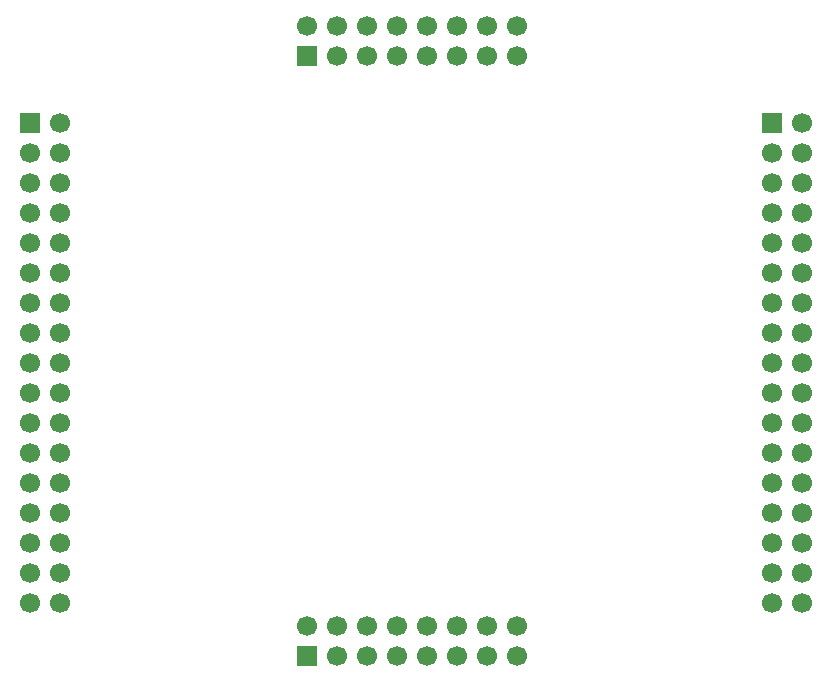
<source format=gbs>
%TF.GenerationSoftware,KiCad,Pcbnew,9.0.2*%
%TF.CreationDate,2025-05-17T19:35:46+02:00*%
%TF.ProjectId,ALU,414c552e-6b69-4636-9164-5f7063625858,rev?*%
%TF.SameCoordinates,Original*%
%TF.FileFunction,Soldermask,Bot*%
%TF.FilePolarity,Negative*%
%FSLAX46Y46*%
G04 Gerber Fmt 4.6, Leading zero omitted, Abs format (unit mm)*
G04 Created by KiCad (PCBNEW 9.0.2) date 2025-05-17 19:35:46*
%MOMM*%
%LPD*%
G01*
G04 APERTURE LIST*
%ADD10R,1.700000X1.700000*%
%ADD11C,1.700000*%
G04 APERTURE END LIST*
D10*
%TO.C,JW01*%
X84455000Y-48895000D03*
D11*
X86995000Y-48895000D03*
X84455000Y-51435000D03*
X86995000Y-51435000D03*
X84455000Y-53975000D03*
X86995000Y-53975000D03*
X84455000Y-56515000D03*
X86995000Y-56515000D03*
X84455000Y-59055000D03*
X86995000Y-59055000D03*
X84455000Y-61595000D03*
X86995000Y-61595000D03*
X84455000Y-64135000D03*
X86995000Y-64135000D03*
X84455000Y-66675000D03*
X86995000Y-66675000D03*
X84455000Y-69215000D03*
X86995000Y-69215000D03*
X84455000Y-71755000D03*
X86995000Y-71755000D03*
X84455000Y-74295000D03*
X86995000Y-74295000D03*
X84455000Y-76835000D03*
X86995000Y-76835000D03*
X84455000Y-79375000D03*
X86995000Y-79375000D03*
X84455000Y-81915000D03*
X86995000Y-81915000D03*
X84455000Y-84455000D03*
X86995000Y-84455000D03*
X84455000Y-86995000D03*
X86995000Y-86995000D03*
X84455000Y-89535000D03*
X86995000Y-89535000D03*
%TD*%
D10*
%TO.C,JE01*%
X147320000Y-48895000D03*
D11*
X149860000Y-48895000D03*
X147320000Y-51435000D03*
X149860000Y-51435000D03*
X147320000Y-53975000D03*
X149860000Y-53975000D03*
X147320000Y-56515000D03*
X149860000Y-56515000D03*
X147320000Y-59055000D03*
X149860000Y-59055000D03*
X147320000Y-61595000D03*
X149860000Y-61595000D03*
X147320000Y-64135000D03*
X149860000Y-64135000D03*
X147320000Y-66675000D03*
X149860000Y-66675000D03*
X147320000Y-69215000D03*
X149860000Y-69215000D03*
X147320000Y-71755000D03*
X149860000Y-71755000D03*
X147320000Y-74295000D03*
X149860000Y-74295000D03*
X147320000Y-76835000D03*
X149860000Y-76835000D03*
X147320000Y-79375000D03*
X149860000Y-79375000D03*
X147320000Y-81915000D03*
X149860000Y-81915000D03*
X147320000Y-84455000D03*
X149860000Y-84455000D03*
X147320000Y-86995000D03*
X149860000Y-86995000D03*
X147320000Y-89535000D03*
X149860000Y-89535000D03*
%TD*%
D10*
%TO.C,JS1*%
X107950000Y-93985000D03*
D11*
X107950000Y-91445000D03*
X110490000Y-93985000D03*
X110490000Y-91445000D03*
X113030000Y-93985000D03*
X113030000Y-91445000D03*
X115570000Y-93985000D03*
X115570000Y-91445000D03*
X118110000Y-93985000D03*
X118110000Y-91445000D03*
X120650000Y-93985000D03*
X120650000Y-91445000D03*
X123190000Y-93985000D03*
X123190000Y-91445000D03*
X125730000Y-93985000D03*
X125730000Y-91445000D03*
%TD*%
D10*
%TO.C,JN1*%
X107950000Y-43185000D03*
D11*
X107950000Y-40645000D03*
X110490000Y-43185000D03*
X110490000Y-40645000D03*
X113030000Y-43185000D03*
X113030000Y-40645000D03*
X115570000Y-43185000D03*
X115570000Y-40645000D03*
X118110000Y-43185000D03*
X118110000Y-40645000D03*
X120650000Y-43185000D03*
X120650000Y-40645000D03*
X123190000Y-43185000D03*
X123190000Y-40645000D03*
X125730000Y-43185000D03*
X125730000Y-40645000D03*
%TD*%
M02*

</source>
